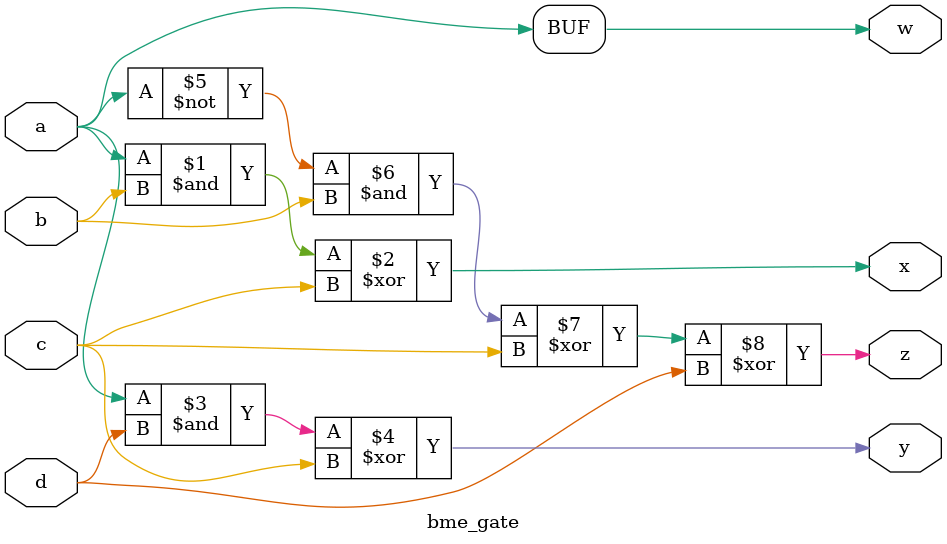
<source format=v>
`timescale 1ns / 1ps


module bme_gate(
    input a,b,c,d,
    output w,x,y,z
    );
    assign w = a;
    assign x = (a&b)^c;
    assign y = (a&d)^c;
    assign z = (~a&b)^c^d;
endmodule

</source>
